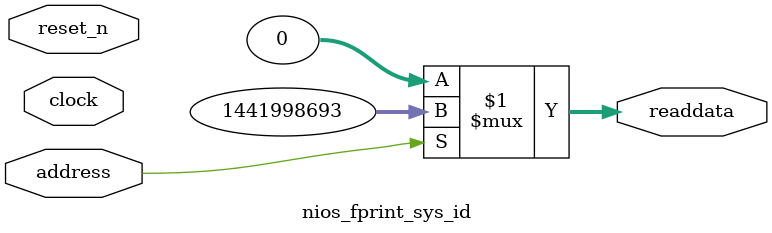
<source format=v>

`timescale 1ns / 1ps
// synthesis translate_on

// turn off superfluous verilog processor warnings 
// altera message_level Level1 
// altera message_off 10034 10035 10036 10037 10230 10240 10030 

module nios_fprint_sys_id (
               // inputs:
                address,
                clock,
                reset_n,

               // outputs:
                readdata
             )
;

  output  [ 31: 0] readdata;
  input            address;
  input            clock;
  input            reset_n;

  wire    [ 31: 0] readdata;
  //control_slave, which is an e_avalon_slave
  assign readdata = address ? 1441998693 : 0;

endmodule




</source>
